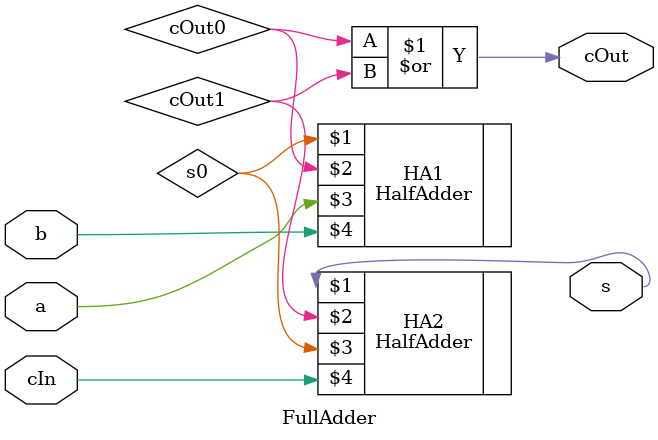
<source format=v>
`timescale 1ns / 1ps
module FullAdder(s,cOut,cIn,a,b);
	input a, b, cIn;
	output s, cOut;
	wire s0,cOut0,cOut1; 

   HalfAdder HA1(s0,cOut0,a,b);
   HalfAdder HA2(s,cOut1,s0,cIn);
   assign cOut = cOut0 | cOut1;

endmodule

</source>
